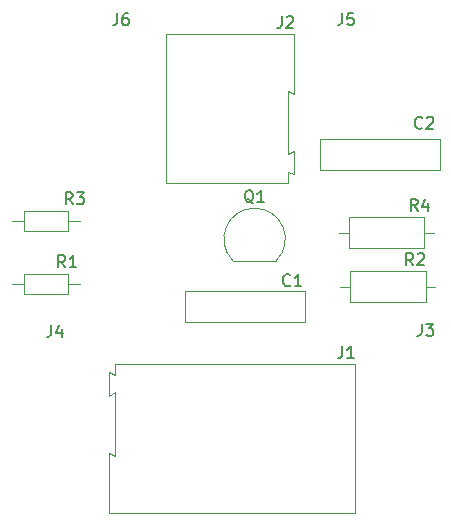
<source format=gto>
G04 #@! TF.FileFunction,Legend,Top*
%FSLAX46Y46*%
G04 Gerber Fmt 4.6, Leading zero omitted, Abs format (unit mm)*
G04 Created by KiCad (PCBNEW 4.0.7) date 05/02/18 12:51:34*
%MOMM*%
%LPD*%
G01*
G04 APERTURE LIST*
%ADD10C,0.100000*%
%ADD11C,0.120000*%
%ADD12C,0.150000*%
%ADD13R,2.380000X4.360000*%
%ADD14O,2.380000X4.360000*%
%ADD15C,1.400000*%
%ADD16R,1.400000X1.400000*%
%ADD17C,1.800000*%
%ADD18O,1.800000X1.800000*%
%ADD19C,2.000000*%
%ADD20O,2.000000X2.000000*%
%ADD21C,4.800000*%
%ADD22C,2.400000*%
G04 APERTURE END LIST*
D10*
D11*
X116315000Y-160605000D02*
X95515000Y-160605000D01*
X95515000Y-160605000D02*
X95515000Y-155555000D01*
X95515000Y-155555000D02*
X96015000Y-155805000D01*
X96015000Y-155805000D02*
X96015000Y-150405000D01*
X96015000Y-150405000D02*
X95465000Y-150705000D01*
X95465000Y-150705000D02*
X95465000Y-148655000D01*
X95465000Y-148655000D02*
X96015000Y-148955000D01*
X96015000Y-148955000D02*
X96015000Y-148005000D01*
X96015000Y-148005000D02*
X116315000Y-148005000D01*
X116315000Y-148005000D02*
X116315000Y-160605000D01*
X106023000Y-139264000D02*
X109623000Y-139264000D01*
X105984522Y-139252478D02*
G75*
G02X107823000Y-134814000I1838478J1838478D01*
G01*
X109661478Y-139252478D02*
G75*
G03X107823000Y-134814000I-1838478J1838478D01*
G01*
X88310000Y-140364000D02*
X88310000Y-142084000D01*
X88310000Y-142084000D02*
X92030000Y-142084000D01*
X92030000Y-142084000D02*
X92030000Y-140364000D01*
X92030000Y-140364000D02*
X88310000Y-140364000D01*
X87240000Y-141224000D02*
X88310000Y-141224000D01*
X93100000Y-141224000D02*
X92030000Y-141224000D01*
X115916000Y-140168000D02*
X115916000Y-142788000D01*
X115916000Y-142788000D02*
X122336000Y-142788000D01*
X122336000Y-142788000D02*
X122336000Y-140168000D01*
X122336000Y-140168000D02*
X115916000Y-140168000D01*
X115026000Y-141478000D02*
X115916000Y-141478000D01*
X123226000Y-141478000D02*
X122336000Y-141478000D01*
X88310000Y-135030000D02*
X88310000Y-136750000D01*
X88310000Y-136750000D02*
X92030000Y-136750000D01*
X92030000Y-136750000D02*
X92030000Y-135030000D01*
X92030000Y-135030000D02*
X88310000Y-135030000D01*
X87240000Y-135890000D02*
X88310000Y-135890000D01*
X93100000Y-135890000D02*
X92030000Y-135890000D01*
X115789000Y-135596000D02*
X115789000Y-138216000D01*
X115789000Y-138216000D02*
X122209000Y-138216000D01*
X122209000Y-138216000D02*
X122209000Y-135596000D01*
X122209000Y-135596000D02*
X115789000Y-135596000D01*
X114899000Y-136906000D02*
X115789000Y-136906000D01*
X123099000Y-136906000D02*
X122209000Y-136906000D01*
X100300000Y-120065000D02*
X100300000Y-132665000D01*
X100300000Y-132665000D02*
X110650000Y-132665000D01*
X110650000Y-132665000D02*
X110650000Y-131715000D01*
X110650000Y-131715000D02*
X111150000Y-131965000D01*
X111150000Y-131965000D02*
X111150000Y-130065000D01*
X111150000Y-130065000D02*
X111150000Y-130015000D01*
X111150000Y-130015000D02*
X110650000Y-130265000D01*
X110650000Y-130265000D02*
X110650000Y-124865000D01*
X110650000Y-124865000D02*
X111150000Y-125165000D01*
X111150000Y-125165000D02*
X111150000Y-120065000D01*
X111150000Y-120065000D02*
X100300000Y-120065000D01*
X101934000Y-141819000D02*
X112054000Y-141819000D01*
X101934000Y-144439000D02*
X112054000Y-144439000D01*
X101934000Y-141819000D02*
X101934000Y-144439000D01*
X112054000Y-141819000D02*
X112054000Y-144439000D01*
X123491000Y-131612000D02*
X113371000Y-131612000D01*
X123491000Y-128992000D02*
X113371000Y-128992000D01*
X123491000Y-131612000D02*
X123491000Y-128992000D01*
X113371000Y-131612000D02*
X113371000Y-128992000D01*
D12*
X115236667Y-146518381D02*
X115236667Y-147232667D01*
X115189047Y-147375524D01*
X115093809Y-147470762D01*
X114950952Y-147518381D01*
X114855714Y-147518381D01*
X116236667Y-147518381D02*
X115665238Y-147518381D01*
X115950952Y-147518381D02*
X115950952Y-146518381D01*
X115855714Y-146661238D01*
X115760476Y-146756476D01*
X115665238Y-146804095D01*
X107727762Y-134401619D02*
X107632524Y-134354000D01*
X107537286Y-134258762D01*
X107394429Y-134115905D01*
X107299190Y-134068286D01*
X107203952Y-134068286D01*
X107251571Y-134306381D02*
X107156333Y-134258762D01*
X107061095Y-134163524D01*
X107013476Y-133973048D01*
X107013476Y-133639714D01*
X107061095Y-133449238D01*
X107156333Y-133354000D01*
X107251571Y-133306381D01*
X107442048Y-133306381D01*
X107537286Y-133354000D01*
X107632524Y-133449238D01*
X107680143Y-133639714D01*
X107680143Y-133973048D01*
X107632524Y-134163524D01*
X107537286Y-134258762D01*
X107442048Y-134306381D01*
X107251571Y-134306381D01*
X108632524Y-134306381D02*
X108061095Y-134306381D01*
X108346809Y-134306381D02*
X108346809Y-133306381D01*
X108251571Y-133449238D01*
X108156333Y-133544476D01*
X108061095Y-133592095D01*
X91781334Y-139816381D02*
X91448000Y-139340190D01*
X91209905Y-139816381D02*
X91209905Y-138816381D01*
X91590858Y-138816381D01*
X91686096Y-138864000D01*
X91733715Y-138911619D01*
X91781334Y-139006857D01*
X91781334Y-139149714D01*
X91733715Y-139244952D01*
X91686096Y-139292571D01*
X91590858Y-139340190D01*
X91209905Y-139340190D01*
X92733715Y-139816381D02*
X92162286Y-139816381D01*
X92448000Y-139816381D02*
X92448000Y-138816381D01*
X92352762Y-138959238D01*
X92257524Y-139054476D01*
X92162286Y-139102095D01*
X121245334Y-139644381D02*
X120912000Y-139168190D01*
X120673905Y-139644381D02*
X120673905Y-138644381D01*
X121054858Y-138644381D01*
X121150096Y-138692000D01*
X121197715Y-138739619D01*
X121245334Y-138834857D01*
X121245334Y-138977714D01*
X121197715Y-139072952D01*
X121150096Y-139120571D01*
X121054858Y-139168190D01*
X120673905Y-139168190D01*
X121626286Y-138739619D02*
X121673905Y-138692000D01*
X121769143Y-138644381D01*
X122007239Y-138644381D01*
X122102477Y-138692000D01*
X122150096Y-138739619D01*
X122197715Y-138834857D01*
X122197715Y-138930095D01*
X122150096Y-139072952D01*
X121578667Y-139644381D01*
X122197715Y-139644381D01*
X92416334Y-134482381D02*
X92083000Y-134006190D01*
X91844905Y-134482381D02*
X91844905Y-133482381D01*
X92225858Y-133482381D01*
X92321096Y-133530000D01*
X92368715Y-133577619D01*
X92416334Y-133672857D01*
X92416334Y-133815714D01*
X92368715Y-133910952D01*
X92321096Y-133958571D01*
X92225858Y-134006190D01*
X91844905Y-134006190D01*
X92749667Y-133482381D02*
X93368715Y-133482381D01*
X93035381Y-133863333D01*
X93178239Y-133863333D01*
X93273477Y-133910952D01*
X93321096Y-133958571D01*
X93368715Y-134053810D01*
X93368715Y-134291905D01*
X93321096Y-134387143D01*
X93273477Y-134434762D01*
X93178239Y-134482381D01*
X92892524Y-134482381D01*
X92797286Y-134434762D01*
X92749667Y-134387143D01*
X121626334Y-135048381D02*
X121293000Y-134572190D01*
X121054905Y-135048381D02*
X121054905Y-134048381D01*
X121435858Y-134048381D01*
X121531096Y-134096000D01*
X121578715Y-134143619D01*
X121626334Y-134238857D01*
X121626334Y-134381714D01*
X121578715Y-134476952D01*
X121531096Y-134524571D01*
X121435858Y-134572190D01*
X121054905Y-134572190D01*
X122483477Y-134381714D02*
X122483477Y-135048381D01*
X122245381Y-134000762D02*
X122007286Y-134715048D01*
X122626334Y-134715048D01*
X110109667Y-118578381D02*
X110109667Y-119292667D01*
X110062047Y-119435524D01*
X109966809Y-119530762D01*
X109823952Y-119578381D01*
X109728714Y-119578381D01*
X110538238Y-118673619D02*
X110585857Y-118626000D01*
X110681095Y-118578381D01*
X110919191Y-118578381D01*
X111014429Y-118626000D01*
X111062048Y-118673619D01*
X111109667Y-118768857D01*
X111109667Y-118864095D01*
X111062048Y-119006952D01*
X110490619Y-119578381D01*
X111109667Y-119578381D01*
X121967667Y-144613381D02*
X121967667Y-145327667D01*
X121920047Y-145470524D01*
X121824809Y-145565762D01*
X121681952Y-145613381D01*
X121586714Y-145613381D01*
X122348619Y-144613381D02*
X122967667Y-144613381D01*
X122634333Y-144994333D01*
X122777191Y-144994333D01*
X122872429Y-145041952D01*
X122920048Y-145089571D01*
X122967667Y-145184810D01*
X122967667Y-145422905D01*
X122920048Y-145518143D01*
X122872429Y-145565762D01*
X122777191Y-145613381D01*
X122491476Y-145613381D01*
X122396238Y-145565762D01*
X122348619Y-145518143D01*
X90598667Y-144715381D02*
X90598667Y-145429667D01*
X90551047Y-145572524D01*
X90455809Y-145667762D01*
X90312952Y-145715381D01*
X90217714Y-145715381D01*
X91503429Y-145048714D02*
X91503429Y-145715381D01*
X91265333Y-144667762D02*
X91027238Y-145382048D01*
X91646286Y-145382048D01*
X115236667Y-118299381D02*
X115236667Y-119013667D01*
X115189047Y-119156524D01*
X115093809Y-119251762D01*
X114950952Y-119299381D01*
X114855714Y-119299381D01*
X116189048Y-118299381D02*
X115712857Y-118299381D01*
X115665238Y-118775571D01*
X115712857Y-118727952D01*
X115808095Y-118680333D01*
X116046191Y-118680333D01*
X116141429Y-118727952D01*
X116189048Y-118775571D01*
X116236667Y-118870810D01*
X116236667Y-119108905D01*
X116189048Y-119204143D01*
X116141429Y-119251762D01*
X116046191Y-119299381D01*
X115808095Y-119299381D01*
X115712857Y-119251762D01*
X115665238Y-119204143D01*
X110831334Y-141327143D02*
X110783715Y-141374762D01*
X110640858Y-141422381D01*
X110545620Y-141422381D01*
X110402762Y-141374762D01*
X110307524Y-141279524D01*
X110259905Y-141184286D01*
X110212286Y-140993810D01*
X110212286Y-140850952D01*
X110259905Y-140660476D01*
X110307524Y-140565238D01*
X110402762Y-140470000D01*
X110545620Y-140422381D01*
X110640858Y-140422381D01*
X110783715Y-140470000D01*
X110831334Y-140517619D01*
X111783715Y-141422381D02*
X111212286Y-141422381D01*
X111498000Y-141422381D02*
X111498000Y-140422381D01*
X111402762Y-140565238D01*
X111307524Y-140660476D01*
X111212286Y-140708095D01*
X122007334Y-127992143D02*
X121959715Y-128039762D01*
X121816858Y-128087381D01*
X121721620Y-128087381D01*
X121578762Y-128039762D01*
X121483524Y-127944524D01*
X121435905Y-127849286D01*
X121388286Y-127658810D01*
X121388286Y-127515952D01*
X121435905Y-127325476D01*
X121483524Y-127230238D01*
X121578762Y-127135000D01*
X121721620Y-127087381D01*
X121816858Y-127087381D01*
X121959715Y-127135000D01*
X122007334Y-127182619D01*
X122388286Y-127182619D02*
X122435905Y-127135000D01*
X122531143Y-127087381D01*
X122769239Y-127087381D01*
X122864477Y-127135000D01*
X122912096Y-127182619D01*
X122959715Y-127277857D01*
X122959715Y-127373095D01*
X122912096Y-127515952D01*
X122340667Y-128087381D01*
X122959715Y-128087381D01*
X96186667Y-118324381D02*
X96186667Y-119038667D01*
X96139047Y-119181524D01*
X96043809Y-119276762D01*
X95900952Y-119324381D01*
X95805714Y-119324381D01*
X97091429Y-118324381D02*
X96900952Y-118324381D01*
X96805714Y-118372000D01*
X96758095Y-118419619D01*
X96662857Y-118562476D01*
X96615238Y-118752952D01*
X96615238Y-119133905D01*
X96662857Y-119229143D01*
X96710476Y-119276762D01*
X96805714Y-119324381D01*
X96996191Y-119324381D01*
X97091429Y-119276762D01*
X97139048Y-119229143D01*
X97186667Y-119133905D01*
X97186667Y-118895810D01*
X97139048Y-118800571D01*
X97091429Y-118752952D01*
X96996191Y-118705333D01*
X96805714Y-118705333D01*
X96710476Y-118752952D01*
X96662857Y-118800571D01*
X96615238Y-118895810D01*
%LPC*%
D13*
X113665000Y-154305000D03*
D14*
X108665000Y-154305000D03*
X98665000Y-154305000D03*
X103665000Y-154305000D03*
D15*
X107823000Y-136144000D03*
X109093000Y-137414000D03*
D16*
X106553000Y-137414000D03*
D17*
X86360000Y-141224000D03*
D18*
X93980000Y-141224000D03*
D19*
X114046000Y-141478000D03*
D20*
X124206000Y-141478000D03*
D17*
X86360000Y-135890000D03*
D18*
X93980000Y-135890000D03*
D19*
X113919000Y-136906000D03*
D20*
X124079000Y-136906000D03*
D13*
X102950000Y-126365000D03*
D14*
X107950000Y-126365000D03*
D21*
X121031000Y-148463000D03*
X90805000Y-148463000D03*
X115570000Y-122047000D03*
D22*
X103244000Y-143129000D03*
X110744000Y-143129000D03*
X122181000Y-130302000D03*
X114681000Y-130302000D03*
D21*
X96520000Y-121920000D03*
M02*

</source>
